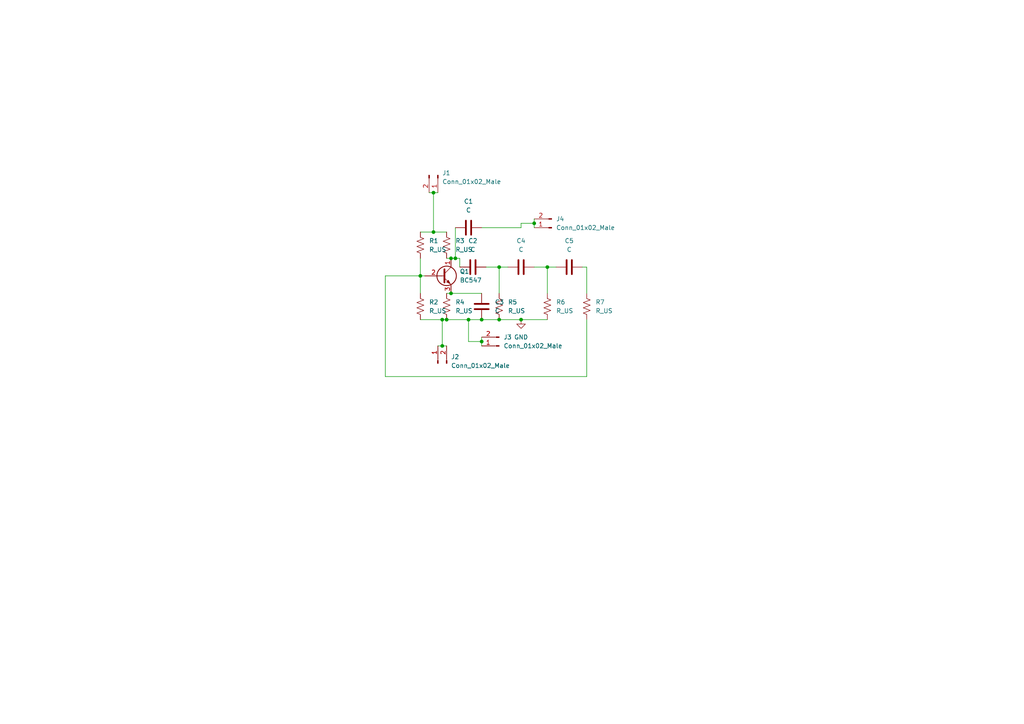
<source format=kicad_sch>
(kicad_sch (version 20211123) (generator eeschema)

  (uuid ab03e8e9-d264-4588-868f-dd8d060c4933)

  (paper "A4")

  (lib_symbols
    (symbol "Connector:Conn_01x02_Male" (pin_names (offset 1.016) hide) (in_bom yes) (on_board yes)
      (property "Reference" "J" (id 0) (at 0 2.54 0)
        (effects (font (size 1.27 1.27)))
      )
      (property "Value" "Conn_01x02_Male" (id 1) (at 0 -5.08 0)
        (effects (font (size 1.27 1.27)))
      )
      (property "Footprint" "" (id 2) (at 0 0 0)
        (effects (font (size 1.27 1.27)) hide)
      )
      (property "Datasheet" "~" (id 3) (at 0 0 0)
        (effects (font (size 1.27 1.27)) hide)
      )
      (property "ki_keywords" "connector" (id 4) (at 0 0 0)
        (effects (font (size 1.27 1.27)) hide)
      )
      (property "ki_description" "Generic connector, single row, 01x02, script generated (kicad-library-utils/schlib/autogen/connector/)" (id 5) (at 0 0 0)
        (effects (font (size 1.27 1.27)) hide)
      )
      (property "ki_fp_filters" "Connector*:*_1x??_*" (id 6) (at 0 0 0)
        (effects (font (size 1.27 1.27)) hide)
      )
      (symbol "Conn_01x02_Male_1_1"
        (polyline
          (pts
            (xy 1.27 -2.54)
            (xy 0.8636 -2.54)
          )
          (stroke (width 0.1524) (type default) (color 0 0 0 0))
          (fill (type none))
        )
        (polyline
          (pts
            (xy 1.27 0)
            (xy 0.8636 0)
          )
          (stroke (width 0.1524) (type default) (color 0 0 0 0))
          (fill (type none))
        )
        (rectangle (start 0.8636 -2.413) (end 0 -2.667)
          (stroke (width 0.1524) (type default) (color 0 0 0 0))
          (fill (type outline))
        )
        (rectangle (start 0.8636 0.127) (end 0 -0.127)
          (stroke (width 0.1524) (type default) (color 0 0 0 0))
          (fill (type outline))
        )
        (pin passive line (at 5.08 0 180) (length 3.81)
          (name "Pin_1" (effects (font (size 1.27 1.27))))
          (number "1" (effects (font (size 1.27 1.27))))
        )
        (pin passive line (at 5.08 -2.54 180) (length 3.81)
          (name "Pin_2" (effects (font (size 1.27 1.27))))
          (number "2" (effects (font (size 1.27 1.27))))
        )
      )
    )
    (symbol "Device:C" (pin_numbers hide) (pin_names (offset 0.254)) (in_bom yes) (on_board yes)
      (property "Reference" "C" (id 0) (at 0.635 2.54 0)
        (effects (font (size 1.27 1.27)) (justify left))
      )
      (property "Value" "C" (id 1) (at 0.635 -2.54 0)
        (effects (font (size 1.27 1.27)) (justify left))
      )
      (property "Footprint" "" (id 2) (at 0.9652 -3.81 0)
        (effects (font (size 1.27 1.27)) hide)
      )
      (property "Datasheet" "~" (id 3) (at 0 0 0)
        (effects (font (size 1.27 1.27)) hide)
      )
      (property "ki_keywords" "cap capacitor" (id 4) (at 0 0 0)
        (effects (font (size 1.27 1.27)) hide)
      )
      (property "ki_description" "Unpolarized capacitor" (id 5) (at 0 0 0)
        (effects (font (size 1.27 1.27)) hide)
      )
      (property "ki_fp_filters" "C_*" (id 6) (at 0 0 0)
        (effects (font (size 1.27 1.27)) hide)
      )
      (symbol "C_0_1"
        (polyline
          (pts
            (xy -2.032 -0.762)
            (xy 2.032 -0.762)
          )
          (stroke (width 0.508) (type default) (color 0 0 0 0))
          (fill (type none))
        )
        (polyline
          (pts
            (xy -2.032 0.762)
            (xy 2.032 0.762)
          )
          (stroke (width 0.508) (type default) (color 0 0 0 0))
          (fill (type none))
        )
      )
      (symbol "C_1_1"
        (pin passive line (at 0 3.81 270) (length 2.794)
          (name "~" (effects (font (size 1.27 1.27))))
          (number "1" (effects (font (size 1.27 1.27))))
        )
        (pin passive line (at 0 -3.81 90) (length 2.794)
          (name "~" (effects (font (size 1.27 1.27))))
          (number "2" (effects (font (size 1.27 1.27))))
        )
      )
    )
    (symbol "Device:R_US" (pin_numbers hide) (pin_names (offset 0)) (in_bom yes) (on_board yes)
      (property "Reference" "R" (id 0) (at 2.54 0 90)
        (effects (font (size 1.27 1.27)))
      )
      (property "Value" "R_US" (id 1) (at -2.54 0 90)
        (effects (font (size 1.27 1.27)))
      )
      (property "Footprint" "" (id 2) (at 1.016 -0.254 90)
        (effects (font (size 1.27 1.27)) hide)
      )
      (property "Datasheet" "~" (id 3) (at 0 0 0)
        (effects (font (size 1.27 1.27)) hide)
      )
      (property "ki_keywords" "R res resistor" (id 4) (at 0 0 0)
        (effects (font (size 1.27 1.27)) hide)
      )
      (property "ki_description" "Resistor, US symbol" (id 5) (at 0 0 0)
        (effects (font (size 1.27 1.27)) hide)
      )
      (property "ki_fp_filters" "R_*" (id 6) (at 0 0 0)
        (effects (font (size 1.27 1.27)) hide)
      )
      (symbol "R_US_0_1"
        (polyline
          (pts
            (xy 0 -2.286)
            (xy 0 -2.54)
          )
          (stroke (width 0) (type default) (color 0 0 0 0))
          (fill (type none))
        )
        (polyline
          (pts
            (xy 0 2.286)
            (xy 0 2.54)
          )
          (stroke (width 0) (type default) (color 0 0 0 0))
          (fill (type none))
        )
        (polyline
          (pts
            (xy 0 -0.762)
            (xy 1.016 -1.143)
            (xy 0 -1.524)
            (xy -1.016 -1.905)
            (xy 0 -2.286)
          )
          (stroke (width 0) (type default) (color 0 0 0 0))
          (fill (type none))
        )
        (polyline
          (pts
            (xy 0 0.762)
            (xy 1.016 0.381)
            (xy 0 0)
            (xy -1.016 -0.381)
            (xy 0 -0.762)
          )
          (stroke (width 0) (type default) (color 0 0 0 0))
          (fill (type none))
        )
        (polyline
          (pts
            (xy 0 2.286)
            (xy 1.016 1.905)
            (xy 0 1.524)
            (xy -1.016 1.143)
            (xy 0 0.762)
          )
          (stroke (width 0) (type default) (color 0 0 0 0))
          (fill (type none))
        )
      )
      (symbol "R_US_1_1"
        (pin passive line (at 0 3.81 270) (length 1.27)
          (name "~" (effects (font (size 1.27 1.27))))
          (number "1" (effects (font (size 1.27 1.27))))
        )
        (pin passive line (at 0 -3.81 90) (length 1.27)
          (name "~" (effects (font (size 1.27 1.27))))
          (number "2" (effects (font (size 1.27 1.27))))
        )
      )
    )
    (symbol "Transistor_BJT:BC547" (pin_names (offset 0) hide) (in_bom yes) (on_board yes)
      (property "Reference" "Q" (id 0) (at 5.08 1.905 0)
        (effects (font (size 1.27 1.27)) (justify left))
      )
      (property "Value" "BC547" (id 1) (at 5.08 0 0)
        (effects (font (size 1.27 1.27)) (justify left))
      )
      (property "Footprint" "Package_TO_SOT_THT:TO-92_Inline" (id 2) (at 5.08 -1.905 0)
        (effects (font (size 1.27 1.27) italic) (justify left) hide)
      )
      (property "Datasheet" "https://www.onsemi.com/pub/Collateral/BC550-D.pdf" (id 3) (at 0 0 0)
        (effects (font (size 1.27 1.27)) (justify left) hide)
      )
      (property "ki_keywords" "NPN Transistor" (id 4) (at 0 0 0)
        (effects (font (size 1.27 1.27)) hide)
      )
      (property "ki_description" "0.1A Ic, 45V Vce, Small Signal NPN Transistor, TO-92" (id 5) (at 0 0 0)
        (effects (font (size 1.27 1.27)) hide)
      )
      (property "ki_fp_filters" "TO?92*" (id 6) (at 0 0 0)
        (effects (font (size 1.27 1.27)) hide)
      )
      (symbol "BC547_0_1"
        (polyline
          (pts
            (xy 0 0)
            (xy 0.635 0)
          )
          (stroke (width 0) (type default) (color 0 0 0 0))
          (fill (type none))
        )
        (polyline
          (pts
            (xy 0.635 0.635)
            (xy 2.54 2.54)
          )
          (stroke (width 0) (type default) (color 0 0 0 0))
          (fill (type none))
        )
        (polyline
          (pts
            (xy 0.635 -0.635)
            (xy 2.54 -2.54)
            (xy 2.54 -2.54)
          )
          (stroke (width 0) (type default) (color 0 0 0 0))
          (fill (type none))
        )
        (polyline
          (pts
            (xy 0.635 1.905)
            (xy 0.635 -1.905)
            (xy 0.635 -1.905)
          )
          (stroke (width 0.508) (type default) (color 0 0 0 0))
          (fill (type none))
        )
        (polyline
          (pts
            (xy 1.27 -1.778)
            (xy 1.778 -1.27)
            (xy 2.286 -2.286)
            (xy 1.27 -1.778)
            (xy 1.27 -1.778)
          )
          (stroke (width 0) (type default) (color 0 0 0 0))
          (fill (type outline))
        )
        (circle (center 1.27 0) (radius 2.8194)
          (stroke (width 0.254) (type default) (color 0 0 0 0))
          (fill (type none))
        )
      )
      (symbol "BC547_1_1"
        (pin passive line (at 2.54 5.08 270) (length 2.54)
          (name "C" (effects (font (size 1.27 1.27))))
          (number "1" (effects (font (size 1.27 1.27))))
        )
        (pin input line (at -5.08 0 0) (length 5.08)
          (name "B" (effects (font (size 1.27 1.27))))
          (number "2" (effects (font (size 1.27 1.27))))
        )
        (pin passive line (at 2.54 -5.08 90) (length 2.54)
          (name "E" (effects (font (size 1.27 1.27))))
          (number "3" (effects (font (size 1.27 1.27))))
        )
      )
    )
    (symbol "power:GND" (power) (pin_names (offset 0)) (in_bom yes) (on_board yes)
      (property "Reference" "#PWR" (id 0) (at 0 -6.35 0)
        (effects (font (size 1.27 1.27)) hide)
      )
      (property "Value" "GND" (id 1) (at 0 -3.81 0)
        (effects (font (size 1.27 1.27)))
      )
      (property "Footprint" "" (id 2) (at 0 0 0)
        (effects (font (size 1.27 1.27)) hide)
      )
      (property "Datasheet" "" (id 3) (at 0 0 0)
        (effects (font (size 1.27 1.27)) hide)
      )
      (property "ki_keywords" "power-flag" (id 4) (at 0 0 0)
        (effects (font (size 1.27 1.27)) hide)
      )
      (property "ki_description" "Power symbol creates a global label with name \"GND\" , ground" (id 5) (at 0 0 0)
        (effects (font (size 1.27 1.27)) hide)
      )
      (symbol "GND_0_1"
        (polyline
          (pts
            (xy 0 0)
            (xy 0 -1.27)
            (xy 1.27 -1.27)
            (xy 0 -2.54)
            (xy -1.27 -1.27)
            (xy 0 -1.27)
          )
          (stroke (width 0) (type default) (color 0 0 0 0))
          (fill (type none))
        )
      )
      (symbol "GND_1_1"
        (pin power_in line (at 0 0 270) (length 0) hide
          (name "GND" (effects (font (size 1.27 1.27))))
          (number "1" (effects (font (size 1.27 1.27))))
        )
      )
    )
  )

  (junction (at 125.73 55.88) (diameter 0) (color 0 0 0 0)
    (uuid 081ec3fe-1cdc-4ec6-9d93-e5de0325583a)
  )
  (junction (at 125.73 67.31) (diameter 0) (color 0 0 0 0)
    (uuid 2ace6d8b-367a-4c7a-8bd8-0c85e41ee612)
  )
  (junction (at 144.78 77.47) (diameter 0) (color 0 0 0 0)
    (uuid 2b3da5fd-3f22-4fd9-a251-a146803cef1f)
  )
  (junction (at 121.92 80.01) (diameter 0) (color 0 0 0 0)
    (uuid 3a86b631-3bd8-4c12-85ba-2653156c1a0d)
  )
  (junction (at 128.27 92.71) (diameter 0) (color 0 0 0 0)
    (uuid 4a2c0dc5-107a-4842-914f-5e4b3b0c9ca2)
  )
  (junction (at 130.81 85.09) (diameter 0) (color 0 0 0 0)
    (uuid 72b16e8c-49b0-4a20-ac5c-37e429dd08f0)
  )
  (junction (at 154.94 64.77) (diameter 0) (color 0 0 0 0)
    (uuid 8a6a2464-f834-4b21-9fd2-21ddff6cd072)
  )
  (junction (at 132.08 74.93) (diameter 0) (color 0 0 0 0)
    (uuid 948845c3-f7ef-46b3-b51e-154b7a7ce98e)
  )
  (junction (at 129.54 92.71) (diameter 0) (color 0 0 0 0)
    (uuid 9ab86622-6664-4eb5-adcf-ec0475b0243d)
  )
  (junction (at 151.13 92.71) (diameter 0) (color 0 0 0 0)
    (uuid b1bad3a2-c85e-4fab-862d-7d6234afeeb1)
  )
  (junction (at 128.27 100.33) (diameter 0) (color 0 0 0 0)
    (uuid b2711b58-39e1-418a-b8d1-3f8481e8de6e)
  )
  (junction (at 139.7 99.06) (diameter 0) (color 0 0 0 0)
    (uuid b9c290e0-4ced-4d30-8f19-f7439f56b8c0)
  )
  (junction (at 144.78 92.71) (diameter 0) (color 0 0 0 0)
    (uuid bfb0b4d5-0140-46e9-a018-cd861ca0514c)
  )
  (junction (at 139.7 92.71) (diameter 0) (color 0 0 0 0)
    (uuid e23e738f-4860-40fb-83e8-d05e05593e9c)
  )
  (junction (at 130.81 74.93) (diameter 0) (color 0 0 0 0)
    (uuid e6844bca-28df-4b62-b999-778cb12b65db)
  )
  (junction (at 158.75 77.47) (diameter 0) (color 0 0 0 0)
    (uuid e95a3c3b-6ea3-4523-98ff-5189370cd387)
  )
  (junction (at 135.89 92.71) (diameter 0) (color 0 0 0 0)
    (uuid f494b81c-569f-45b9-8573-02d549605b84)
  )

  (wire (pts (xy 111.76 80.01) (xy 121.92 80.01))
    (stroke (width 0) (type default) (color 0 0 0 0))
    (uuid 113c75b4-73fd-4d21-9ffb-85a7f7086e73)
  )
  (wire (pts (xy 111.76 109.22) (xy 111.76 80.01))
    (stroke (width 0) (type default) (color 0 0 0 0))
    (uuid 122e97f3-807b-49f2-8ff0-76760fa4c1e7)
  )
  (wire (pts (xy 151.13 64.77) (xy 154.94 64.77))
    (stroke (width 0) (type default) (color 0 0 0 0))
    (uuid 12bf95a9-eacd-4a9e-9e79-747bcf89bc84)
  )
  (wire (pts (xy 139.7 99.06) (xy 139.7 100.33))
    (stroke (width 0) (type default) (color 0 0 0 0))
    (uuid 1b61b3ea-2d56-407a-8ee2-649353d8cce5)
  )
  (wire (pts (xy 130.81 74.93) (xy 129.54 74.93))
    (stroke (width 0) (type default) (color 0 0 0 0))
    (uuid 219a09db-44ef-4e81-8720-94596562dee9)
  )
  (wire (pts (xy 125.73 55.88) (xy 127 55.88))
    (stroke (width 0) (type default) (color 0 0 0 0))
    (uuid 23e0db1d-aae5-4496-9016-2316898033e7)
  )
  (wire (pts (xy 139.7 99.06) (xy 135.89 99.06))
    (stroke (width 0) (type default) (color 0 0 0 0))
    (uuid 25924703-20f0-436e-af42-d188f93a213a)
  )
  (wire (pts (xy 129.54 92.71) (xy 135.89 92.71))
    (stroke (width 0) (type default) (color 0 0 0 0))
    (uuid 2e442111-3994-47c1-9450-95c39cc73c69)
  )
  (wire (pts (xy 151.13 66.04) (xy 151.13 64.77))
    (stroke (width 0) (type default) (color 0 0 0 0))
    (uuid 34d650cc-0807-4bc7-a8c3-edb9238133a7)
  )
  (wire (pts (xy 140.97 77.47) (xy 144.78 77.47))
    (stroke (width 0) (type default) (color 0 0 0 0))
    (uuid 3fb32200-5bc9-4456-ad07-bf7f8f08448a)
  )
  (wire (pts (xy 121.92 67.31) (xy 125.73 67.31))
    (stroke (width 0) (type default) (color 0 0 0 0))
    (uuid 49310b23-1112-4265-a840-089bd82ceff4)
  )
  (wire (pts (xy 158.75 85.09) (xy 158.75 77.47))
    (stroke (width 0) (type default) (color 0 0 0 0))
    (uuid 5196c6d2-0cf2-4757-922c-a501cc88f37a)
  )
  (wire (pts (xy 170.18 85.09) (xy 170.18 77.47))
    (stroke (width 0) (type default) (color 0 0 0 0))
    (uuid 55002afc-3f88-4a0d-bff8-0fe4126731f2)
  )
  (wire (pts (xy 154.94 64.77) (xy 154.94 66.04))
    (stroke (width 0) (type default) (color 0 0 0 0))
    (uuid 6244f660-d76a-4cf7-85a6-6edb6c469e4f)
  )
  (wire (pts (xy 121.92 74.93) (xy 121.92 80.01))
    (stroke (width 0) (type default) (color 0 0 0 0))
    (uuid 67619630-7578-4905-9fe7-ced4cc5ad725)
  )
  (wire (pts (xy 121.92 80.01) (xy 123.19 80.01))
    (stroke (width 0) (type default) (color 0 0 0 0))
    (uuid 6a698c1e-9b32-4e48-a8be-14309497b2a0)
  )
  (wire (pts (xy 154.94 77.47) (xy 158.75 77.47))
    (stroke (width 0) (type default) (color 0 0 0 0))
    (uuid 6ec93420-14b1-433f-afc2-92f23bc73fe9)
  )
  (wire (pts (xy 144.78 77.47) (xy 147.32 77.47))
    (stroke (width 0) (type default) (color 0 0 0 0))
    (uuid 714a82ee-0955-4490-96e7-771c72129da5)
  )
  (wire (pts (xy 135.89 99.06) (xy 135.89 92.71))
    (stroke (width 0) (type default) (color 0 0 0 0))
    (uuid 753b309e-a449-4a00-b018-547ef40257c5)
  )
  (wire (pts (xy 170.18 109.22) (xy 111.76 109.22))
    (stroke (width 0) (type default) (color 0 0 0 0))
    (uuid 75f7400f-d4ce-4a46-82f1-8401ce64fe19)
  )
  (wire (pts (xy 139.7 92.71) (xy 144.78 92.71))
    (stroke (width 0) (type default) (color 0 0 0 0))
    (uuid 783c7769-8d6c-477d-8847-2968346ec51f)
  )
  (wire (pts (xy 125.73 67.31) (xy 129.54 67.31))
    (stroke (width 0) (type default) (color 0 0 0 0))
    (uuid 7b4c456e-e353-40d4-9b7c-8f78f4ee91d1)
  )
  (wire (pts (xy 128.27 92.71) (xy 129.54 92.71))
    (stroke (width 0) (type default) (color 0 0 0 0))
    (uuid 7c6ac32e-1733-4cd2-b38c-510d506f9cd0)
  )
  (wire (pts (xy 151.13 92.71) (xy 158.75 92.71))
    (stroke (width 0) (type default) (color 0 0 0 0))
    (uuid 7f793e30-218a-4317-bf10-3ced1efbdc3f)
  )
  (wire (pts (xy 125.73 55.88) (xy 125.73 67.31))
    (stroke (width 0) (type default) (color 0 0 0 0))
    (uuid 841a70e7-a149-46d5-b818-be704256a41a)
  )
  (wire (pts (xy 170.18 77.47) (xy 168.91 77.47))
    (stroke (width 0) (type default) (color 0 0 0 0))
    (uuid 84926b8d-eefd-464f-b202-f2a0a9c9f2cb)
  )
  (wire (pts (xy 132.08 66.04) (xy 132.08 74.93))
    (stroke (width 0) (type default) (color 0 0 0 0))
    (uuid 95448c33-3b7c-45fa-aa32-55b9dd871b0f)
  )
  (wire (pts (xy 132.08 74.93) (xy 130.81 74.93))
    (stroke (width 0) (type default) (color 0 0 0 0))
    (uuid 95a42913-3fc5-42e6-9a86-7ce1079759cb)
  )
  (wire (pts (xy 121.92 92.71) (xy 128.27 92.71))
    (stroke (width 0) (type default) (color 0 0 0 0))
    (uuid 95be1387-2f32-48c3-8cc7-0ecf344bb68c)
  )
  (wire (pts (xy 144.78 92.71) (xy 151.13 92.71))
    (stroke (width 0) (type default) (color 0 0 0 0))
    (uuid 95c1598e-187f-450c-8dec-045099a39c68)
  )
  (wire (pts (xy 129.54 85.09) (xy 130.81 85.09))
    (stroke (width 0) (type default) (color 0 0 0 0))
    (uuid ad3fe5e4-8ff0-49fb-a500-36f70e374f61)
  )
  (wire (pts (xy 121.92 80.01) (xy 121.92 85.09))
    (stroke (width 0) (type default) (color 0 0 0 0))
    (uuid b6efe69c-aa3a-4ac6-b139-0b9af2184a81)
  )
  (wire (pts (xy 139.7 97.79) (xy 139.7 99.06))
    (stroke (width 0) (type default) (color 0 0 0 0))
    (uuid b9ea8988-e7e4-49b0-bf2c-01d5589b826a)
  )
  (wire (pts (xy 154.94 63.5) (xy 154.94 64.77))
    (stroke (width 0) (type default) (color 0 0 0 0))
    (uuid bbdc8ab4-250e-4ff0-b2f0-7729e3f68b95)
  )
  (wire (pts (xy 170.18 92.71) (xy 170.18 109.22))
    (stroke (width 0) (type default) (color 0 0 0 0))
    (uuid becc14c6-a8c8-4f9c-b2ea-2194c9afd184)
  )
  (wire (pts (xy 128.27 100.33) (xy 129.54 100.33))
    (stroke (width 0) (type default) (color 0 0 0 0))
    (uuid c8ef9052-addb-4449-83b5-4e29d7bafac9)
  )
  (wire (pts (xy 133.35 74.93) (xy 132.08 74.93))
    (stroke (width 0) (type default) (color 0 0 0 0))
    (uuid cad7b2e9-35ed-4425-9a66-3ba8225df921)
  )
  (wire (pts (xy 130.81 85.09) (xy 139.7 85.09))
    (stroke (width 0) (type default) (color 0 0 0 0))
    (uuid d15a6d3a-96be-46d3-8c17-7f4994a30dbb)
  )
  (wire (pts (xy 135.89 92.71) (xy 139.7 92.71))
    (stroke (width 0) (type default) (color 0 0 0 0))
    (uuid d3f53a00-6827-443d-8c95-aa5880a3741b)
  )
  (wire (pts (xy 133.35 77.47) (xy 133.35 74.93))
    (stroke (width 0) (type default) (color 0 0 0 0))
    (uuid d423f6d6-7917-439e-8351-538ca2d79183)
  )
  (wire (pts (xy 158.75 77.47) (xy 161.29 77.47))
    (stroke (width 0) (type default) (color 0 0 0 0))
    (uuid d8ee1cc0-36d5-41bd-ad0a-085e4fb8d3e2)
  )
  (wire (pts (xy 128.27 92.71) (xy 128.27 100.33))
    (stroke (width 0) (type default) (color 0 0 0 0))
    (uuid e98a319c-e4a8-4371-8de8-cf348b2bdfdd)
  )
  (wire (pts (xy 127 100.33) (xy 128.27 100.33))
    (stroke (width 0) (type default) (color 0 0 0 0))
    (uuid ed395349-59bb-475b-a4f6-cb572f2870c4)
  )
  (wire (pts (xy 124.46 55.88) (xy 125.73 55.88))
    (stroke (width 0) (type default) (color 0 0 0 0))
    (uuid f38f815e-1e2c-40bd-a9e2-a88cefa12063)
  )
  (wire (pts (xy 139.7 66.04) (xy 151.13 66.04))
    (stroke (width 0) (type default) (color 0 0 0 0))
    (uuid f63e03d3-f4ee-48a3-8c62-950a4db91c25)
  )
  (wire (pts (xy 144.78 77.47) (xy 144.78 85.09))
    (stroke (width 0) (type default) (color 0 0 0 0))
    (uuid fbc65639-dde4-41aa-972c-d2214d31b352)
  )

  (symbol (lib_id "Device:R_US") (at 129.54 71.12 0) (unit 1)
    (in_bom yes) (on_board yes) (fields_autoplaced)
    (uuid 0727e4df-ab57-45a8-add2-e935601ef6c3)
    (property "Reference" "R3" (id 0) (at 132.08 69.8499 0)
      (effects (font (size 1.27 1.27)) (justify left))
    )
    (property "Value" "R_US" (id 1) (at 132.08 72.3899 0)
      (effects (font (size 1.27 1.27)) (justify left))
    )
    (property "Footprint" "Resistor_THT:R_Axial_DIN0414_L11.9mm_D4.5mm_P20.32mm_Horizontal" (id 2) (at 130.556 71.374 90)
      (effects (font (size 1.27 1.27)) hide)
    )
    (property "Datasheet" "~" (id 3) (at 129.54 71.12 0)
      (effects (font (size 1.27 1.27)) hide)
    )
    (pin "1" (uuid 31cb241a-e250-4965-bef5-fad07239f7c7))
    (pin "2" (uuid b769853c-f95b-4bd7-a52e-9426af10fe61))
  )

  (symbol (lib_id "Connector:Conn_01x02_Male") (at 127 50.8 270) (unit 1)
    (in_bom yes) (on_board yes) (fields_autoplaced)
    (uuid 1640696f-7a0e-48ce-b056-a99f405b2306)
    (property "Reference" "J1" (id 0) (at 128.27 50.1649 90)
      (effects (font (size 1.27 1.27)) (justify left))
    )
    (property "Value" "Conn_01x02_Male" (id 1) (at 128.27 52.7049 90)
      (effects (font (size 1.27 1.27)) (justify left))
    )
    (property "Footprint" "Connector_PinHeader_2.54mm:PinHeader_1x02_P2.54mm_Vertical" (id 2) (at 127 50.8 0)
      (effects (font (size 1.27 1.27)) hide)
    )
    (property "Datasheet" "~" (id 3) (at 127 50.8 0)
      (effects (font (size 1.27 1.27)) hide)
    )
    (pin "1" (uuid ef03b08a-1ae7-4b81-b213-52f89b16f89b))
    (pin "2" (uuid 9688c876-c3cb-45cc-9e3c-3f7c8ad998cf))
  )

  (symbol (lib_id "Device:C") (at 139.7 88.9 0) (unit 1)
    (in_bom yes) (on_board yes) (fields_autoplaced)
    (uuid 2a739c5e-9b9c-466a-84ca-1463fb67d78d)
    (property "Reference" "C3" (id 0) (at 143.51 87.6299 0)
      (effects (font (size 1.27 1.27)) (justify left))
    )
    (property "Value" "C" (id 1) (at 143.51 90.1699 0)
      (effects (font (size 1.27 1.27)) (justify left))
    )
    (property "Footprint" "Capacitor_THT:CP_Radial_D10.0mm_P5.00mm" (id 2) (at 140.6652 92.71 0)
      (effects (font (size 1.27 1.27)) hide)
    )
    (property "Datasheet" "~" (id 3) (at 139.7 88.9 0)
      (effects (font (size 1.27 1.27)) hide)
    )
    (pin "1" (uuid 6b0b4de9-c245-4676-bdad-a74cf784d42f))
    (pin "2" (uuid bcfe663b-c61f-4eed-a989-a2c87f5aed8c))
  )

  (symbol (lib_id "Device:C") (at 151.13 77.47 90) (unit 1)
    (in_bom yes) (on_board yes) (fields_autoplaced)
    (uuid 2ad7c7b2-8f5d-4398-a794-b91b93dd7651)
    (property "Reference" "C4" (id 0) (at 151.13 69.85 90))
    (property "Value" "C" (id 1) (at 151.13 72.39 90))
    (property "Footprint" "Capacitor_THT:C_Disc_D7.0mm_W2.5mm_P5.00mm" (id 2) (at 154.94 76.5048 0)
      (effects (font (size 1.27 1.27)) hide)
    )
    (property "Datasheet" "~" (id 3) (at 151.13 77.47 0)
      (effects (font (size 1.27 1.27)) hide)
    )
    (pin "1" (uuid 54f8f7a2-9ae2-4704-9a9f-a2b1f6832ef0))
    (pin "2" (uuid 8e412fe2-4edb-4272-9c2f-ec6768067e74))
  )

  (symbol (lib_id "Device:R_US") (at 129.54 88.9 0) (unit 1)
    (in_bom yes) (on_board yes) (fields_autoplaced)
    (uuid 2d4a982f-f0c0-4bf9-b8f9-86548623f7d6)
    (property "Reference" "R4" (id 0) (at 132.08 87.6299 0)
      (effects (font (size 1.27 1.27)) (justify left))
    )
    (property "Value" "R_US" (id 1) (at 132.08 90.1699 0)
      (effects (font (size 1.27 1.27)) (justify left))
    )
    (property "Footprint" "Resistor_THT:R_Axial_DIN0414_L11.9mm_D4.5mm_P20.32mm_Horizontal" (id 2) (at 130.556 89.154 90)
      (effects (font (size 1.27 1.27)) hide)
    )
    (property "Datasheet" "~" (id 3) (at 129.54 88.9 0)
      (effects (font (size 1.27 1.27)) hide)
    )
    (pin "1" (uuid 94d46c7a-834f-4877-959b-e941009428da))
    (pin "2" (uuid 28d5f36c-076c-468b-be72-788fd0a00606))
  )

  (symbol (lib_id "Device:R_US") (at 170.18 88.9 180) (unit 1)
    (in_bom yes) (on_board yes) (fields_autoplaced)
    (uuid 356773ab-863f-4c6a-9801-3bcde215ac22)
    (property "Reference" "R7" (id 0) (at 172.72 87.6299 0)
      (effects (font (size 1.27 1.27)) (justify right))
    )
    (property "Value" "R_US" (id 1) (at 172.72 90.1699 0)
      (effects (font (size 1.27 1.27)) (justify right))
    )
    (property "Footprint" "Resistor_THT:R_Axial_DIN0414_L11.9mm_D4.5mm_P20.32mm_Horizontal" (id 2) (at 169.164 88.646 90)
      (effects (font (size 1.27 1.27)) hide)
    )
    (property "Datasheet" "~" (id 3) (at 170.18 88.9 0)
      (effects (font (size 1.27 1.27)) hide)
    )
    (pin "1" (uuid bdb23324-cd0f-41b0-a609-ee587ce5323a))
    (pin "2" (uuid 03cd5303-4970-47e6-8e37-0145b775afe6))
  )

  (symbol (lib_id "Connector:Conn_01x02_Male") (at 160.02 66.04 180) (unit 1)
    (in_bom yes) (on_board yes) (fields_autoplaced)
    (uuid 36636e9a-c3a8-4777-8546-6d060a23016a)
    (property "Reference" "J4" (id 0) (at 161.29 63.4999 0)
      (effects (font (size 1.27 1.27)) (justify right))
    )
    (property "Value" "Conn_01x02_Male" (id 1) (at 161.29 66.0399 0)
      (effects (font (size 1.27 1.27)) (justify right))
    )
    (property "Footprint" "Connector_PinHeader_2.54mm:PinHeader_1x02_P2.54mm_Vertical" (id 2) (at 160.02 66.04 0)
      (effects (font (size 1.27 1.27)) hide)
    )
    (property "Datasheet" "~" (id 3) (at 160.02 66.04 0)
      (effects (font (size 1.27 1.27)) hide)
    )
    (pin "1" (uuid ba3a11a1-3ee3-4a17-99e0-5d95db08b965))
    (pin "2" (uuid 7f044f84-1d75-4c88-bf02-90003bbc3c63))
  )

  (symbol (lib_id "Transistor_BJT:BC547") (at 128.27 80.01 0) (unit 1)
    (in_bom yes) (on_board yes) (fields_autoplaced)
    (uuid 3b2519c8-d773-4cd4-aa11-d4ab97bd0822)
    (property "Reference" "Q1" (id 0) (at 133.35 78.7399 0)
      (effects (font (size 1.27 1.27)) (justify left))
    )
    (property "Value" "BC547" (id 1) (at 133.35 81.2799 0)
      (effects (font (size 1.27 1.27)) (justify left))
    )
    (property "Footprint" "Package_TO_SOT_THT:TO-92L_Wide" (id 2) (at 133.35 81.915 0)
      (effects (font (size 1.27 1.27) italic) (justify left) hide)
    )
    (property "Datasheet" "https://www.onsemi.com/pub/Collateral/BC550-D.pdf" (id 3) (at 128.27 80.01 0)
      (effects (font (size 1.27 1.27)) (justify left) hide)
    )
    (pin "1" (uuid cf1e2097-cef9-4abb-b151-63841cdbed8e))
    (pin "2" (uuid 01196546-3c9a-48b7-8a95-65b5cedb2db8))
    (pin "3" (uuid 7ea2536d-3cb1-495e-9ea1-151d6d4894bf))
  )

  (symbol (lib_id "Device:R_US") (at 121.92 88.9 180) (unit 1)
    (in_bom yes) (on_board yes) (fields_autoplaced)
    (uuid 49846b39-3343-47ad-af4b-09db4f067a62)
    (property "Reference" "R2" (id 0) (at 124.46 87.6299 0)
      (effects (font (size 1.27 1.27)) (justify right))
    )
    (property "Value" "R_US" (id 1) (at 124.46 90.1699 0)
      (effects (font (size 1.27 1.27)) (justify right))
    )
    (property "Footprint" "Resistor_THT:R_Axial_DIN0414_L11.9mm_D4.5mm_P20.32mm_Horizontal" (id 2) (at 120.904 88.646 90)
      (effects (font (size 1.27 1.27)) hide)
    )
    (property "Datasheet" "~" (id 3) (at 121.92 88.9 0)
      (effects (font (size 1.27 1.27)) hide)
    )
    (pin "1" (uuid f3c018ef-c53f-481e-872d-06ae9dac9a21))
    (pin "2" (uuid decfbd0b-ca16-4f98-a015-408c8ed4d30e))
  )

  (symbol (lib_id "Device:R_US") (at 121.92 71.12 0) (unit 1)
    (in_bom yes) (on_board yes) (fields_autoplaced)
    (uuid 7d02d049-26dd-4ac1-b5b8-b094a43c41fb)
    (property "Reference" "R1" (id 0) (at 124.46 69.8499 0)
      (effects (font (size 1.27 1.27)) (justify left))
    )
    (property "Value" "R_US" (id 1) (at 124.46 72.3899 0)
      (effects (font (size 1.27 1.27)) (justify left))
    )
    (property "Footprint" "Resistor_THT:R_Axial_DIN0414_L11.9mm_D4.5mm_P20.32mm_Horizontal" (id 2) (at 122.936 71.374 90)
      (effects (font (size 1.27 1.27)) hide)
    )
    (property "Datasheet" "~" (id 3) (at 121.92 71.12 0)
      (effects (font (size 1.27 1.27)) hide)
    )
    (pin "1" (uuid 87b05e39-6e95-4f4d-bbc0-a459d0e48771))
    (pin "2" (uuid 6c80c592-6da0-45c4-8de2-6483d301ca10))
  )

  (symbol (lib_id "Device:R_US") (at 144.78 88.9 0) (unit 1)
    (in_bom yes) (on_board yes) (fields_autoplaced)
    (uuid 7fb2b4b8-e0b0-42e7-a69f-4ba3fffb80f1)
    (property "Reference" "R5" (id 0) (at 147.32 87.6299 0)
      (effects (font (size 1.27 1.27)) (justify left))
    )
    (property "Value" "R_US" (id 1) (at 147.32 90.1699 0)
      (effects (font (size 1.27 1.27)) (justify left))
    )
    (property "Footprint" "Resistor_THT:R_Axial_DIN0414_L11.9mm_D4.5mm_P20.32mm_Horizontal" (id 2) (at 145.796 89.154 90)
      (effects (font (size 1.27 1.27)) hide)
    )
    (property "Datasheet" "~" (id 3) (at 144.78 88.9 0)
      (effects (font (size 1.27 1.27)) hide)
    )
    (pin "1" (uuid 27406cb2-9a05-4f3b-9212-400df0176e68))
    (pin "2" (uuid 70f43971-21e5-45df-bdb3-adf33387f3b4))
  )

  (symbol (lib_id "Device:R_US") (at 158.75 88.9 180) (unit 1)
    (in_bom yes) (on_board yes) (fields_autoplaced)
    (uuid 830b14a9-c07e-4f54-ad63-7ee13ee1b372)
    (property "Reference" "R6" (id 0) (at 161.29 87.6299 0)
      (effects (font (size 1.27 1.27)) (justify right))
    )
    (property "Value" "R_US" (id 1) (at 161.29 90.1699 0)
      (effects (font (size 1.27 1.27)) (justify right))
    )
    (property "Footprint" "Resistor_THT:R_Axial_DIN0414_L11.9mm_D4.5mm_P20.32mm_Horizontal" (id 2) (at 157.734 88.646 90)
      (effects (font (size 1.27 1.27)) hide)
    )
    (property "Datasheet" "~" (id 3) (at 158.75 88.9 0)
      (effects (font (size 1.27 1.27)) hide)
    )
    (pin "1" (uuid 284ebd6c-86ef-497d-b7f6-b49dcdf62132))
    (pin "2" (uuid 471c7b0c-6c53-40ae-9f7f-74490e20f90f))
  )

  (symbol (lib_id "Device:C") (at 137.16 77.47 90) (unit 1)
    (in_bom yes) (on_board yes) (fields_autoplaced)
    (uuid 8320c34a-77f0-4ef7-856e-2cf012596bc6)
    (property "Reference" "C2" (id 0) (at 137.16 69.85 90))
    (property "Value" "C" (id 1) (at 137.16 72.39 90))
    (property "Footprint" "Capacitor_THT:C_Disc_D7.0mm_W2.5mm_P5.00mm" (id 2) (at 140.97 76.5048 0)
      (effects (font (size 1.27 1.27)) hide)
    )
    (property "Datasheet" "~" (id 3) (at 137.16 77.47 0)
      (effects (font (size 1.27 1.27)) hide)
    )
    (pin "1" (uuid be118751-8940-4e17-bae4-235037fbb18a))
    (pin "2" (uuid 09d0bb96-8192-4265-a5ae-886f9a73244e))
  )

  (symbol (lib_id "Device:C") (at 165.1 77.47 90) (unit 1)
    (in_bom yes) (on_board yes) (fields_autoplaced)
    (uuid 85ebe17f-4d97-410e-86ef-b58525fc7073)
    (property "Reference" "C5" (id 0) (at 165.1 69.85 90))
    (property "Value" "C" (id 1) (at 165.1 72.39 90))
    (property "Footprint" "Capacitor_THT:C_Disc_D7.0mm_W2.5mm_P5.00mm" (id 2) (at 168.91 76.5048 0)
      (effects (font (size 1.27 1.27)) hide)
    )
    (property "Datasheet" "~" (id 3) (at 165.1 77.47 0)
      (effects (font (size 1.27 1.27)) hide)
    )
    (pin "1" (uuid d50d6310-7137-4320-9c0a-3ed50a628bfc))
    (pin "2" (uuid 1ea98f2a-e21b-4284-aee7-4cdfbe9d45a7))
  )

  (symbol (lib_id "power:GND") (at 151.13 92.71 0) (unit 1)
    (in_bom yes) (on_board yes) (fields_autoplaced)
    (uuid 9e1c2d00-0de5-47d5-bdac-bb5ce1ed64c5)
    (property "Reference" "#PWR0101" (id 0) (at 151.13 99.06 0)
      (effects (font (size 1.27 1.27)) hide)
    )
    (property "Value" "GND" (id 1) (at 151.13 97.79 0))
    (property "Footprint" "" (id 2) (at 151.13 92.71 0)
      (effects (font (size 1.27 1.27)) hide)
    )
    (property "Datasheet" "" (id 3) (at 151.13 92.71 0)
      (effects (font (size 1.27 1.27)) hide)
    )
    (pin "1" (uuid 9bd115e0-fee7-425c-bcb5-b8b6a0e5c5d3))
  )

  (symbol (lib_id "Device:C") (at 135.89 66.04 90) (unit 1)
    (in_bom yes) (on_board yes) (fields_autoplaced)
    (uuid cf8aeff6-9922-48b0-aa38-965c2f76b105)
    (property "Reference" "C1" (id 0) (at 135.89 58.42 90))
    (property "Value" "C" (id 1) (at 135.89 60.96 90))
    (property "Footprint" "Capacitor_THT:C_Disc_D7.0mm_W2.5mm_P5.00mm" (id 2) (at 139.7 65.0748 0)
      (effects (font (size 1.27 1.27)) hide)
    )
    (property "Datasheet" "~" (id 3) (at 135.89 66.04 0)
      (effects (font (size 1.27 1.27)) hide)
    )
    (pin "1" (uuid 011f9258-161c-49dc-8f4f-37ff817e5b5b))
    (pin "2" (uuid 617fd903-5c56-49e8-90d2-f62e613cfd28))
  )

  (symbol (lib_id "Connector:Conn_01x02_Male") (at 144.78 100.33 180) (unit 1)
    (in_bom yes) (on_board yes) (fields_autoplaced)
    (uuid d694a670-b3cb-4502-b442-9f43d325b988)
    (property "Reference" "J3" (id 0) (at 146.05 97.7899 0)
      (effects (font (size 1.27 1.27)) (justify right))
    )
    (property "Value" "Conn_01x02_Male" (id 1) (at 146.05 100.3299 0)
      (effects (font (size 1.27 1.27)) (justify right))
    )
    (property "Footprint" "Connector_PinHeader_2.54mm:PinHeader_1x02_P2.54mm_Vertical" (id 2) (at 144.78 100.33 0)
      (effects (font (size 1.27 1.27)) hide)
    )
    (property "Datasheet" "~" (id 3) (at 144.78 100.33 0)
      (effects (font (size 1.27 1.27)) hide)
    )
    (pin "1" (uuid a98b1f2c-c0b0-4864-b70b-45833fd011cf))
    (pin "2" (uuid 031291c1-2668-485c-ade5-e13f8c473e5f))
  )

  (symbol (lib_id "Connector:Conn_01x02_Male") (at 127 105.41 90) (unit 1)
    (in_bom yes) (on_board yes) (fields_autoplaced)
    (uuid f3e72004-628d-422b-8cc0-8860dd6d5503)
    (property "Reference" "J2" (id 0) (at 130.81 103.5049 90)
      (effects (font (size 1.27 1.27)) (justify right))
    )
    (property "Value" "Conn_01x02_Male" (id 1) (at 130.81 106.0449 90)
      (effects (font (size 1.27 1.27)) (justify right))
    )
    (property "Footprint" "Connector_PinHeader_2.54mm:PinHeader_1x02_P2.54mm_Vertical" (id 2) (at 127 105.41 0)
      (effects (font (size 1.27 1.27)) hide)
    )
    (property "Datasheet" "~" (id 3) (at 127 105.41 0)
      (effects (font (size 1.27 1.27)) hide)
    )
    (pin "1" (uuid f0ec0550-d485-4eed-baac-d2d5309597ec))
    (pin "2" (uuid d6744aff-1cd6-45dc-bd0c-b0131d31e81f))
  )

  (sheet_instances
    (path "/" (page "1"))
  )

  (symbol_instances
    (path "/9e1c2d00-0de5-47d5-bdac-bb5ce1ed64c5"
      (reference "#PWR0101") (unit 1) (value "GND") (footprint "")
    )
    (path "/cf8aeff6-9922-48b0-aa38-965c2f76b105"
      (reference "C1") (unit 1) (value "C") (footprint "Capacitor_THT:C_Disc_D7.0mm_W2.5mm_P5.00mm")
    )
    (path "/8320c34a-77f0-4ef7-856e-2cf012596bc6"
      (reference "C2") (unit 1) (value "C") (footprint "Capacitor_THT:C_Disc_D7.0mm_W2.5mm_P5.00mm")
    )
    (path "/2a739c5e-9b9c-466a-84ca-1463fb67d78d"
      (reference "C3") (unit 1) (value "C") (footprint "Capacitor_THT:CP_Radial_D10.0mm_P5.00mm")
    )
    (path "/2ad7c7b2-8f5d-4398-a794-b91b93dd7651"
      (reference "C4") (unit 1) (value "C") (footprint "Capacitor_THT:C_Disc_D7.0mm_W2.5mm_P5.00mm")
    )
    (path "/85ebe17f-4d97-410e-86ef-b58525fc7073"
      (reference "C5") (unit 1) (value "C") (footprint "Capacitor_THT:C_Disc_D7.0mm_W2.5mm_P5.00mm")
    )
    (path "/1640696f-7a0e-48ce-b056-a99f405b2306"
      (reference "J1") (unit 1) (value "Conn_01x02_Male") (footprint "Connector_PinHeader_2.54mm:PinHeader_1x02_P2.54mm_Vertical")
    )
    (path "/f3e72004-628d-422b-8cc0-8860dd6d5503"
      (reference "J2") (unit 1) (value "Conn_01x02_Male") (footprint "Connector_PinHeader_2.54mm:PinHeader_1x02_P2.54mm_Vertical")
    )
    (path "/d694a670-b3cb-4502-b442-9f43d325b988"
      (reference "J3") (unit 1) (value "Conn_01x02_Male") (footprint "Connector_PinHeader_2.54mm:PinHeader_1x02_P2.54mm_Vertical")
    )
    (path "/36636e9a-c3a8-4777-8546-6d060a23016a"
      (reference "J4") (unit 1) (value "Conn_01x02_Male") (footprint "Connector_PinHeader_2.54mm:PinHeader_1x02_P2.54mm_Vertical")
    )
    (path "/3b2519c8-d773-4cd4-aa11-d4ab97bd0822"
      (reference "Q1") (unit 1) (value "BC547") (footprint "Package_TO_SOT_THT:TO-92L_Wide")
    )
    (path "/7d02d049-26dd-4ac1-b5b8-b094a43c41fb"
      (reference "R1") (unit 1) (value "R_US") (footprint "Resistor_THT:R_Axial_DIN0414_L11.9mm_D4.5mm_P20.32mm_Horizontal")
    )
    (path "/49846b39-3343-47ad-af4b-09db4f067a62"
      (reference "R2") (unit 1) (value "R_US") (footprint "Resistor_THT:R_Axial_DIN0414_L11.9mm_D4.5mm_P20.32mm_Horizontal")
    )
    (path "/0727e4df-ab57-45a8-add2-e935601ef6c3"
      (reference "R3") (unit 1) (value "R_US") (footprint "Resistor_THT:R_Axial_DIN0414_L11.9mm_D4.5mm_P20.32mm_Horizontal")
    )
    (path "/2d4a982f-f0c0-4bf9-b8f9-86548623f7d6"
      (reference "R4") (unit 1) (value "R_US") (footprint "Resistor_THT:R_Axial_DIN0414_L11.9mm_D4.5mm_P20.32mm_Horizontal")
    )
    (path "/7fb2b4b8-e0b0-42e7-a69f-4ba3fffb80f1"
      (reference "R5") (unit 1) (value "R_US") (footprint "Resistor_THT:R_Axial_DIN0414_L11.9mm_D4.5mm_P20.32mm_Horizontal")
    )
    (path "/830b14a9-c07e-4f54-ad63-7ee13ee1b372"
      (reference "R6") (unit 1) (value "R_US") (footprint "Resistor_THT:R_Axial_DIN0414_L11.9mm_D4.5mm_P20.32mm_Horizontal")
    )
    (path "/356773ab-863f-4c6a-9801-3bcde215ac22"
      (reference "R7") (unit 1) (value "R_US") (footprint "Resistor_THT:R_Axial_DIN0414_L11.9mm_D4.5mm_P20.32mm_Horizontal")
    )
  )
)

</source>
